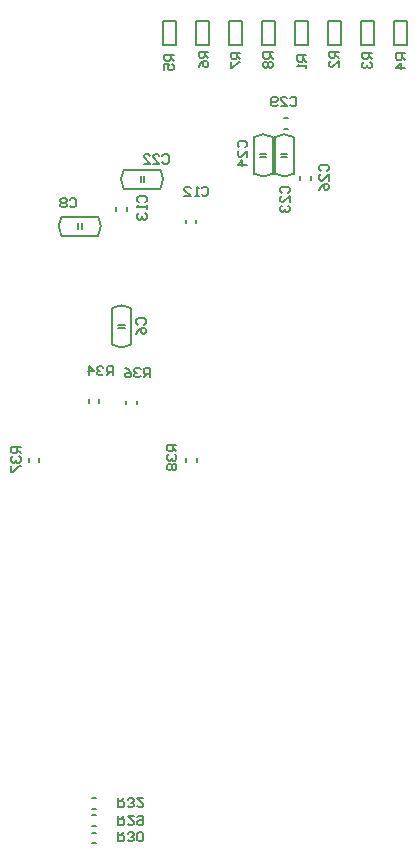
<source format=gbo>
G04*
G04 #@! TF.GenerationSoftware,Altium Limited,Altium Designer,20.0.13 (296)*
G04*
G04 Layer_Color=32896*
%FSLAX44Y44*%
%MOMM*%
G71*
G01*
G75*
%ADD11C,0.2000*%
%ADD13C,0.1500*%
D11*
X276500Y801500D02*
Y804500D01*
X285500Y801500D02*
Y804500D01*
X356250Y916000D02*
Y936000D01*
X367250D01*
Y916000D02*
Y936000D01*
X356250Y916000D02*
X367250D01*
X328250D02*
Y936000D01*
X339250D01*
Y916000D02*
Y936000D01*
X328250Y916000D02*
X339250D01*
X300250D02*
Y936000D01*
X311250D01*
Y916000D02*
Y936000D01*
X300250Y916000D02*
X311250D01*
X272250D02*
Y936000D01*
X283250D01*
Y916000D02*
Y936000D01*
X272250Y916000D02*
X283250D01*
X244251D02*
Y936000D01*
X255250D01*
Y916000D02*
Y936000D01*
X244251Y916000D02*
X255250D01*
X216250D02*
Y936000D01*
X227250D01*
Y916000D02*
Y936000D01*
X216250Y916000D02*
X227250D01*
X188251D02*
Y936000D01*
X199250D01*
Y916000D02*
Y936000D01*
X188251Y916000D02*
X199250D01*
X160251D02*
Y936000D01*
X171250D01*
Y916000D02*
Y936000D01*
X160251Y916000D02*
X171250D01*
X100750Y269000D02*
X103750D01*
X100750Y278000D02*
X103750D01*
X100750Y254500D02*
X103750D01*
X100750Y263500D02*
X103750D01*
X100750Y240000D02*
X103750D01*
X100750Y249000D02*
X103750D01*
X263250Y853750D02*
X266250D01*
X263250Y844750D02*
X266250D01*
X130000Y775250D02*
Y778250D01*
X121000Y775250D02*
Y778250D01*
X188750Y764750D02*
Y767750D01*
X179750Y764750D02*
Y767750D01*
X189000Y562750D02*
Y565750D01*
X180000Y562750D02*
Y565750D01*
X55750Y562750D02*
Y565750D01*
X46750Y562750D02*
Y565750D01*
X97750Y613000D02*
Y616000D01*
X106750Y613000D02*
Y616000D01*
X129250Y611500D02*
Y614500D01*
X138250Y611500D02*
Y614500D01*
X171999Y577163D02*
X164001D01*
Y573164D01*
X165334Y571832D01*
X168000D01*
X169333Y573164D01*
Y577163D01*
Y574497D02*
X171999Y571832D01*
X165334Y569166D02*
X164001Y567833D01*
Y565167D01*
X165334Y563834D01*
X166667D01*
X168000Y565167D01*
Y566500D01*
Y565167D01*
X169333Y563834D01*
X170666D01*
X171999Y565167D01*
Y567833D01*
X170666Y569166D01*
X165334Y561168D02*
X164001Y559836D01*
Y557170D01*
X165334Y555837D01*
X166667D01*
X168000Y557170D01*
X169333Y555837D01*
X170666D01*
X171999Y557170D01*
Y559836D01*
X170666Y561168D01*
X169333D01*
X168000Y559836D01*
X166667Y561168D01*
X165334D01*
X168000Y559836D02*
Y557170D01*
X39999Y575413D02*
X32001D01*
Y571414D01*
X33334Y570082D01*
X36000D01*
X37333Y571414D01*
Y575413D01*
Y572747D02*
X39999Y570082D01*
X33334Y567416D02*
X32001Y566083D01*
Y563417D01*
X33334Y562084D01*
X34667D01*
X36000Y563417D01*
Y564750D01*
Y563417D01*
X37333Y562084D01*
X38666D01*
X39999Y563417D01*
Y566083D01*
X38666Y567416D01*
X32001Y559418D02*
Y554087D01*
X33334D01*
X38666Y559418D01*
X39999D01*
X149604Y634490D02*
Y642487D01*
X145605D01*
X144272Y641154D01*
Y638489D01*
X145605Y637156D01*
X149604D01*
X146938D02*
X144272Y634490D01*
X141607Y641154D02*
X140274Y642487D01*
X137608D01*
X136275Y641154D01*
Y639822D01*
X137608Y638489D01*
X138941D01*
X137608D01*
X136275Y637156D01*
Y635823D01*
X137608Y634490D01*
X140274D01*
X141607Y635823D01*
X128278Y642487D02*
X130943Y641154D01*
X133609Y638489D01*
Y635823D01*
X132276Y634490D01*
X129610D01*
X128278Y635823D01*
Y637156D01*
X129610Y638489D01*
X133609D01*
X118108Y636014D02*
Y644011D01*
X114109D01*
X112776Y642679D01*
Y640013D01*
X114109Y638680D01*
X118108D01*
X115442D02*
X112776Y636014D01*
X110111Y642679D02*
X108778Y644011D01*
X106112D01*
X104779Y642679D01*
Y641346D01*
X106112Y640013D01*
X107445D01*
X106112D01*
X104779Y638680D01*
Y637347D01*
X106112Y636014D01*
X108778D01*
X110111Y637347D01*
X98114Y636014D02*
Y644011D01*
X102113Y640013D01*
X96782D01*
X122587Y278249D02*
Y270251D01*
X126586D01*
X127918Y271584D01*
Y274250D01*
X126586Y275583D01*
X122587D01*
X125253D02*
X127918Y278249D01*
X130584Y271584D02*
X131917Y270251D01*
X134583D01*
X135916Y271584D01*
Y272917D01*
X134583Y274250D01*
X133250D01*
X134583D01*
X135916Y275583D01*
Y276916D01*
X134583Y278249D01*
X131917D01*
X130584Y276916D01*
X143913Y278249D02*
X138582D01*
X143913Y272917D01*
Y271584D01*
X142580Y270251D01*
X139915D01*
X138582Y271584D01*
X122587Y249499D02*
Y241501D01*
X126586D01*
X127918Y242834D01*
Y245500D01*
X126586Y246833D01*
X122587D01*
X125253D02*
X127918Y249499D01*
X130584Y242834D02*
X131917Y241501D01*
X134583D01*
X135916Y242834D01*
Y244167D01*
X134583Y245500D01*
X133250D01*
X134583D01*
X135916Y246833D01*
Y248166D01*
X134583Y249499D01*
X131917D01*
X130584Y248166D01*
X138582Y242834D02*
X139915Y241501D01*
X142580D01*
X143913Y242834D01*
Y248166D01*
X142580Y249499D01*
X139915D01*
X138582Y248166D01*
Y242834D01*
X122587Y263249D02*
Y255251D01*
X126586D01*
X127918Y256584D01*
Y259250D01*
X126586Y260583D01*
X122587D01*
X125253D02*
X127918Y263249D01*
X135916D02*
X130584D01*
X135916Y257917D01*
Y256584D01*
X134583Y255251D01*
X131917D01*
X130584Y256584D01*
X138582Y261916D02*
X139915Y263249D01*
X142580D01*
X143913Y261916D01*
Y256584D01*
X142580Y255251D01*
X139915D01*
X138582Y256584D01*
Y257917D01*
X139915Y259250D01*
X143913D01*
X253499Y909665D02*
X245501D01*
Y905666D01*
X246834Y904333D01*
X249500D01*
X250833Y905666D01*
Y909665D01*
Y906999D02*
X253499Y904333D01*
X246834Y901667D02*
X245501Y900334D01*
Y897668D01*
X246834Y896336D01*
X248167D01*
X249500Y897668D01*
X250833Y896336D01*
X252166D01*
X253499Y897668D01*
Y900334D01*
X252166Y901667D01*
X250833D01*
X249500Y900334D01*
X248167Y901667D01*
X246834D01*
X249500Y900334D02*
Y897668D01*
X225999Y909415D02*
X218001D01*
Y905416D01*
X219334Y904083D01*
X222000D01*
X223333Y905416D01*
Y909415D01*
Y906749D02*
X225999Y904083D01*
X218001Y901417D02*
Y896086D01*
X219334D01*
X224666Y901417D01*
X225999D01*
X198749Y910164D02*
X190751D01*
Y906166D01*
X192084Y904833D01*
X194750D01*
X196083Y906166D01*
Y910164D01*
Y907499D02*
X198749Y904833D01*
X190751Y896835D02*
X192084Y899501D01*
X194750Y902167D01*
X197416D01*
X198749Y900834D01*
Y898168D01*
X197416Y896835D01*
X196083D01*
X194750Y898168D01*
Y902167D01*
X169749Y907664D02*
X161751D01*
Y903666D01*
X163084Y902333D01*
X165750D01*
X167083Y903666D01*
Y907664D01*
Y904999D02*
X169749Y902333D01*
X161751Y894335D02*
Y899667D01*
X165750D01*
X164417Y897001D01*
Y895668D01*
X165750Y894335D01*
X168416D01*
X169749Y895668D01*
Y898334D01*
X168416Y899667D01*
X365749Y908664D02*
X357751D01*
Y904666D01*
X359084Y903333D01*
X361750D01*
X363083Y904666D01*
Y908664D01*
Y905999D02*
X365749Y903333D01*
Y896668D02*
X357751D01*
X361750Y900667D01*
Y895335D01*
X337249Y909415D02*
X329251D01*
Y905416D01*
X330584Y904083D01*
X333250D01*
X334583Y905416D01*
Y909415D01*
Y906749D02*
X337249Y904083D01*
X330584Y901417D02*
X329251Y900084D01*
Y897418D01*
X330584Y896086D01*
X331917D01*
X333250Y897418D01*
Y898751D01*
Y897418D01*
X334583Y896086D01*
X335916D01*
X337249Y897418D01*
Y900084D01*
X335916Y901417D01*
X309249Y910164D02*
X301251D01*
Y906166D01*
X302584Y904833D01*
X305250D01*
X306583Y906166D01*
Y910164D01*
Y907499D02*
X309249Y904833D01*
Y896835D02*
Y902167D01*
X303917Y896835D01*
X302584D01*
X301251Y898168D01*
Y900834D01*
X302584Y902167D01*
X281999Y907082D02*
X274001D01*
Y903083D01*
X275334Y901750D01*
X278000D01*
X279333Y903083D01*
Y907082D01*
Y904416D02*
X281999Y901750D01*
Y899084D02*
Y896418D01*
Y897751D01*
X274001D01*
X275334Y899084D01*
X268224Y870517D02*
X269557Y871849D01*
X272223D01*
X273556Y870517D01*
Y865185D01*
X272223Y863852D01*
X269557D01*
X268224Y865185D01*
X260227Y863852D02*
X265559D01*
X260227Y869184D01*
Y870517D01*
X261560Y871849D01*
X264226D01*
X265559Y870517D01*
X257561Y865185D02*
X256228Y863852D01*
X253562D01*
X252229Y865185D01*
Y870517D01*
X253562Y871849D01*
X256228D01*
X257561Y870517D01*
Y869184D01*
X256228Y867851D01*
X252229D01*
X294084Y809082D02*
X292751Y810415D01*
Y813080D01*
X294084Y814413D01*
X299416D01*
X300749Y813080D01*
Y810415D01*
X299416Y809082D01*
X300749Y801084D02*
Y806416D01*
X295417Y801084D01*
X294084D01*
X292751Y802417D01*
Y805083D01*
X294084Y806416D01*
X292751Y793087D02*
X294084Y795753D01*
X296750Y798418D01*
X299416D01*
X300749Y797085D01*
Y794420D01*
X299416Y793087D01*
X298083D01*
X296750Y794420D01*
Y798418D01*
X225084Y829082D02*
X223751Y830415D01*
Y833080D01*
X225084Y834413D01*
X230416D01*
X231749Y833080D01*
Y830415D01*
X230416Y829082D01*
X231749Y821084D02*
Y826416D01*
X226417Y821084D01*
X225084D01*
X223751Y822417D01*
Y825083D01*
X225084Y826416D01*
X231749Y814420D02*
X223751D01*
X227750Y818418D01*
Y813087D01*
X261084Y790582D02*
X259751Y791915D01*
Y794580D01*
X261084Y795913D01*
X266416D01*
X267749Y794580D01*
Y791915D01*
X266416Y790582D01*
X267749Y782584D02*
Y787916D01*
X262417Y782584D01*
X261084D01*
X259751Y783917D01*
Y786583D01*
X261084Y787916D01*
Y779918D02*
X259751Y778586D01*
Y775920D01*
X261084Y774587D01*
X262417D01*
X263750Y775920D01*
Y777253D01*
Y775920D01*
X265083Y774587D01*
X266416D01*
X267749Y775920D01*
Y778586D01*
X266416Y779918D01*
X160082Y821916D02*
X161415Y823249D01*
X164080D01*
X165413Y821916D01*
Y816584D01*
X164080Y815251D01*
X161415D01*
X160082Y816584D01*
X152084Y815251D02*
X157416D01*
X152084Y820583D01*
Y821916D01*
X153417Y823249D01*
X156083D01*
X157416Y821916D01*
X144087Y815251D02*
X149418D01*
X144087Y820583D01*
Y821916D01*
X145420Y823249D01*
X148085D01*
X149418Y821916D01*
X140084Y782665D02*
X138751Y783998D01*
Y786664D01*
X140084Y787997D01*
X145416D01*
X146749Y786664D01*
Y783998D01*
X145416Y782665D01*
X146749Y779999D02*
Y777334D01*
Y778666D01*
X138751D01*
X140084Y779999D01*
Y773335D02*
X138751Y772002D01*
Y769336D01*
X140084Y768003D01*
X141417D01*
X142750Y769336D01*
Y770669D01*
Y769336D01*
X144083Y768003D01*
X145416D01*
X146749Y769336D01*
Y772002D01*
X145416Y773335D01*
X193294Y794570D02*
X194627Y795903D01*
X197293D01*
X198626Y794570D01*
Y789239D01*
X197293Y787906D01*
X194627D01*
X193294Y789239D01*
X190629Y787906D02*
X187963D01*
X189296D01*
Y795903D01*
X190629Y794570D01*
X178632Y787906D02*
X183964D01*
X178632Y793238D01*
Y794570D01*
X179965Y795903D01*
X182631D01*
X183964Y794570D01*
X81534Y784919D02*
X82867Y786251D01*
X85533D01*
X86866Y784919D01*
Y779587D01*
X85533Y778254D01*
X82867D01*
X81534Y779587D01*
X78869Y784919D02*
X77536Y786251D01*
X74870D01*
X73537Y784919D01*
Y783586D01*
X74870Y782253D01*
X73537Y780920D01*
Y779587D01*
X74870Y778254D01*
X77536D01*
X78869Y779587D01*
Y780920D01*
X77536Y782253D01*
X78869Y783586D01*
Y784919D01*
X77536Y782253D02*
X74870D01*
X139334Y679083D02*
X138001Y680416D01*
Y683082D01*
X139334Y684415D01*
X144666D01*
X145999Y683082D01*
Y680416D01*
X144666Y679083D01*
X138001Y671086D02*
X139334Y673751D01*
X142000Y676417D01*
X144666D01*
X145999Y675084D01*
Y672418D01*
X144666Y671086D01*
X143333D01*
X142000Y672418D01*
Y676417D01*
D13*
X158300Y794350D02*
G03*
X158405Y810263I-12064J8036D01*
G01*
X127400Y810150D02*
G03*
X127296Y794238I12064J-8036D01*
G01*
X253400Y837800D02*
G03*
X237488Y837905I-8036J-12064D01*
G01*
X237600Y806900D02*
G03*
X253512Y806796I8036J12064D01*
G01*
X271150Y837800D02*
G03*
X255238Y837905I-8036J-12064D01*
G01*
X255350Y806900D02*
G03*
X271262Y806796I8036J12064D01*
G01*
X105550Y754600D02*
G03*
X105655Y770512I-12064J8036D01*
G01*
X74650Y770400D02*
G03*
X74545Y754488I12064J-8036D01*
G01*
X133400Y693050D02*
G03*
X117487Y693155I-8036J-12064D01*
G01*
X117600Y662150D02*
G03*
X133512Y662046I8036J12064D01*
G01*
X127500Y794250D02*
X158250D01*
X127500Y810250D02*
X158250D01*
X144400Y799650D02*
Y804950D01*
X141600Y799650D02*
Y804950D01*
X253500Y807000D02*
Y837750D01*
X237500Y807000D02*
Y837750D01*
X242800Y823900D02*
X248100D01*
X242800Y821100D02*
X248100D01*
X271250Y807000D02*
Y837750D01*
X255250Y807000D02*
Y837750D01*
X260550Y823900D02*
X265850D01*
X260550Y821100D02*
X265850D01*
X74750Y754500D02*
X105500D01*
X74750Y770500D02*
X105500D01*
X91650Y759900D02*
Y765200D01*
X88850Y759900D02*
Y765200D01*
X133500Y662250D02*
Y693000D01*
X117500Y662250D02*
Y693000D01*
X122800Y679150D02*
X128100D01*
X122800Y676350D02*
X128100D01*
M02*

</source>
